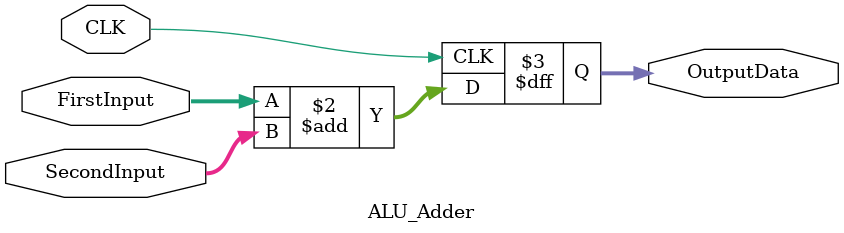
<source format=v>
module ALU_Adder(
	input [15:0] FirstInput,
	input [15:0] SecondInput,
        input [0:0] CLK,
        output reg [15:0]OutputData
);

always @ (posedge(CLK))
begin
	OutputData = FirstInput + SecondInput;
end

endmodule
</source>
